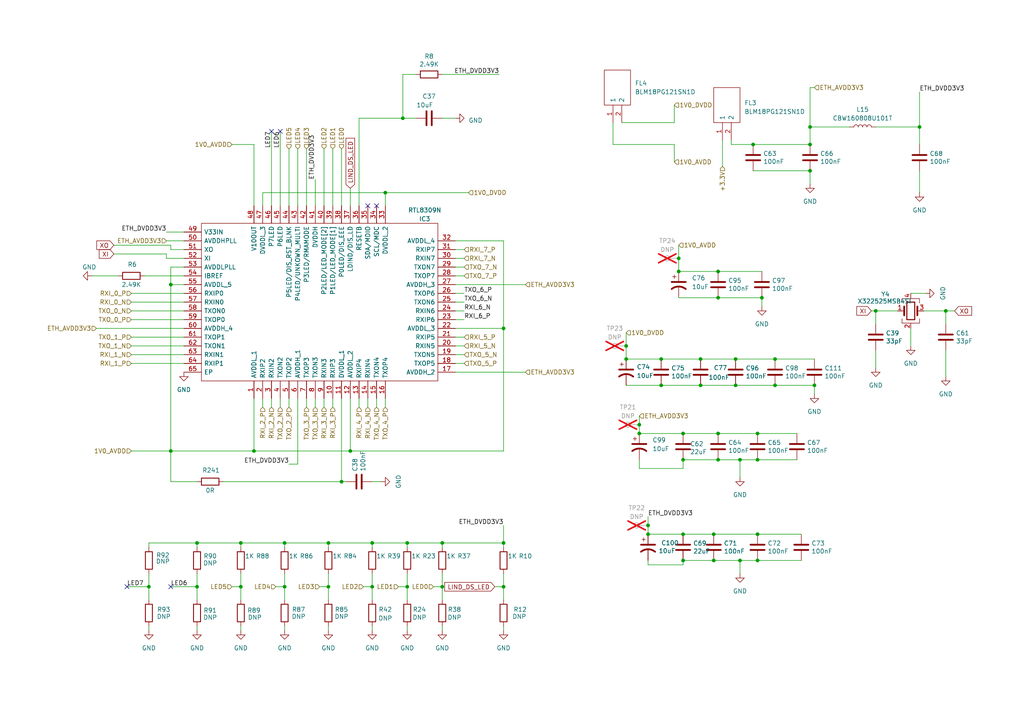
<source format=kicad_sch>
(kicad_sch (version 20231120) (generator "eeschema") (generator_version "8.0")
  (paper "A4")
  (lib_symbols
    (symbol "BLM18PG121SN1D:BLM18PG121SN1D" (pin_names (offset 0.762))
      (property "Reference" "FL" (at 16.51 7.62 0))
      (property "Value" "BLM18PG121SN1D" (at 16.51 5.08 0))
      (symbol "BLM18PG121SN1D_0_0"
        (pin passive line (at 0 0 0) (length 5.08) (name "1") (number "1"))
        (pin passive line (at 0 -2.54 0) (length 5.08) (name "2") (number "2"))
      )
      (symbol "BLM18PG121SN1D_0_1"
        (polyline (pts (xy 5.08 2.54) (xy 15.24 2.54) (xy 15.24 -5.08) (xy 5.08 -5.08) (xy 5.08 2.54)) (stroke (width 0.1524)))
      )
    )
    (symbol "Connector:TestPoint" (pin_numbers hide) (pin_names (offset 0.762) hide)
      (property "Reference" "TP" (at 0 6.858 0))
      (property "Value" "TestPoint" (at 0 5.08 0))
      (symbol "TestPoint_0_1"
        (circle (center 0 3.302) (radius 0.762))
      )
      (symbol "TestPoint_1_1"
        (pin passive line (at 0 0 90) (length 2.54) (name "1") (number "1"))
      )
    )
    (symbol "Device:C" (pin_numbers hide) (pin_names (offset 0.254))
      (property "Reference" "C" (at 0.635 2.54 0))
      (property "Value" "C" (at 0.635 -2.54 0))
      (symbol "C_0_1"
        (polyline (pts (xy -2.032 -0.762) (xy 2.032 -0.762)) (stroke (width 0.508)))
        (polyline (pts (xy -2.032 0.762) (xy 2.032 0.762)) (stroke (width 0.508)))
      )
      (symbol "C_1_1"
        (pin passive line (at 0 3.81 270) (length 2.794) (name "~") (number "1"))
        (pin passive line (at 0 -3.81 90) (length 2.794) (name "~") (number "2"))
      )
    )
    (symbol "Device:C_Polarized_US" (pin_numbers hide) (pin_names (offset 0.254) hide)
      (property "Reference" "C" (at 0.635 2.54 0))
      (property "Value" "C_Polarized_US" (at 0.635 -2.54 0))
      (symbol "C_Polarized_US_0_1"
        (polyline (pts (xy -2.032 0.762) (xy 2.032 0.762)) (stroke (width 0.508)))
        (polyline (pts (xy -1.778 2.286) (xy -0.762 2.286)))
        (polyline (pts (xy -1.27 1.778) (xy -1.27 2.794)))
        (arc (start 2.032 -1.27) (mid 0 -0.5572) (end -2.032 -1.27) (stroke (width 0.508)))
      )
      (symbol "C_Polarized_US_1_1"
        (pin passive line (at 0 3.81 270) (length 2.794) (name "~") (number "1"))
        (pin passive line (at 0 -3.81 90) (length 3.302) (name "~") (number "2"))
      )
    )
    (symbol "Device:Crystal_GND2" (pin_names (offset 1.016) hide)
      (property "Reference" "Y" (at -6.604 4.318 0))
      (property "Value" "Crystal_GND2" (at -10.414 -2.794 0))
      (symbol "Crystal_GND2_0_1"
        (rectangle (start -1.143 2.54) (end 1.143 -2.54) (stroke (width 0.3048)))
        (polyline (pts (xy -2.54 0) (xy -1.905 0)))
        (polyline (pts (xy -1.905 -1.27) (xy -1.905 1.27)) (stroke (width 0.508)))
        (polyline (pts (xy 0 -3.81) (xy 0 -3.556)))
        (polyline (pts (xy 0 3.81) (xy 0 3.556)))
        (polyline (pts (xy 1.905 0) (xy 2.54 0)))
        (polyline (pts (xy 1.905 1.27) (xy 1.905 -1.27)) (stroke (width 0.508)))
        (polyline (pts (xy -2.54 -2.286) (xy -2.54 -3.556) (xy 2.54 -3.556) (xy 2.54 -2.286)))
        (polyline (pts (xy 2.54 2.286) (xy 2.54 3.556) (xy -2.54 3.556) (xy -2.54 2.286)))
      )
      (symbol "Crystal_GND2_1_1"
        (pin passive line (at -3.81 0 0) (length 1.27) (name "1") (number "1"))
        (pin passive line (at 0 -5.08 90) (length 1.27) (name "2") (number "2"))
        (pin passive line (at 3.81 0 180) (length 1.27) (name "3") (number "3"))
        (pin passive line (at 0 5.08 270) (length 1.27) (name "4") (number "4"))
      )
    )
    (symbol "Device:L" (pin_numbers hide) (pin_names (offset 1.016) hide)
      (property "Reference" "L" (at -1.27 0 90))
      (property "Value" "L" (at 1.905 0 90))
      (symbol "L_0_1"
        (arc (start 0 -2.54) (mid 0.6323 -1.905) (end 0 -1.27))
        (arc (start 0 -1.27) (mid 0.6323 -0.635) (end 0 0))
        (arc (start 0 0) (mid 0.6323 0.635) (end 0 1.27))
        (arc (start 0 1.27) (mid 0.6323 1.905) (end 0 2.54))
      )
      (symbol "L_1_1"
        (pin passive line (at 0 3.81 270) (length 1.27) (name "1") (number "1"))
        (pin passive line (at 0 -3.81 90) (length 1.27) (name "2") (number "2"))
      )
    )
    (symbol "Device:R" (pin_numbers hide) (pin_names (offset 0))
      (property "Reference" "R" (at 2.032 0 90))
      (property "Value" "R" (at 0 0 90))
      (symbol "R_0_1"
        (rectangle (start -1.016 -2.54) (end 1.016 2.54) (stroke (width 0.254)))
      )
      (symbol "R_1_1"
        (pin passive line (at 0 3.81 270) (length 1.27) (name "~") (number "1"))
        (pin passive line (at 0 -3.81 90) (length 1.27) (name "~") (number "2"))
      )
    )
    (symbol "RTL8309N:RTL8309N" (pin_names (offset 0.762))
      (property "Reference" "IC" (at 52.07 20.32 0))
      (property "Value" "RTL8309N" (at 52.07 17.78 0))
      (symbol "RTL8309N_0_0"
        (pin passive line (at 0 0 0) (length 5.08) (name "AVDDL_1") (number "1"))
        (pin passive line (at 0 -22.86 0) (length 5.08) (name "RXIP3") (number "10"))
        (pin passive line (at 0 -25.4 0) (length 5.08) (name "DVDDL_1") (number "11"))
        (pin passive line (at 0 -27.94 0) (length 5.08) (name "AVDDL_2") (number "12"))
        (pin passive line (at 0 -30.48 0) (length 5.08) (name "RXIP4") (number "13"))
        (pin passive line (at 0 -33.02 0) (length 5.08) (name "RXIN4") (number "14"))
        (pin passive line (at 0 -35.56 0) (length 5.08) (name "TXON4") (number "15"))
        (pin passive line (at 0 -38.1 0) (length 5.08) (name "TXOP4") (number "16"))
        (pin passive line (at 7.62 -58.42 90) (length 5.08) (name "AVDDH_2") (number "17"))
        (pin passive line (at 10.16 -58.42 90) (length 5.08) (name "TXOP5") (number "18"))
        (pin passive line (at 12.7 -58.42 90) (length 5.08) (name "TXON5") (number "19"))
        (pin passive line (at 0 -2.54 0) (length 5.08) (name "RXIP2") (number "2"))
        (pin passive line (at 15.24 -58.42 90) (length 5.08) (name "RXIN5") (number "20"))
        (pin passive line (at 17.78 -58.42 90) (length 5.08) (name "RXIP5") (number "21"))
        (pin passive line (at 20.32 -58.42 90) (length 5.08) (name "AVDDL_3") (number "22"))
        (pin passive line (at 22.86 -58.42 90) (length 5.08) (name "RXIP6") (number "23"))
        (pin passive line (at 25.4 -58.42 90) (length 5.08) (name "RXIN6") (number "24"))
        (pin passive line (at 27.94 -58.42 90) (length 5.08) (name "TXON6") (number "25"))
        (pin passive line (at 30.48 -58.42 90) (length 5.08) (name "TXOP6") (number "26"))
        (pin passive line (at 33.02 -58.42 90) (length 5.08) (name "AVDDH_3") (number "27"))
        (pin passive line (at 35.56 -58.42 90) (length 5.08) (name "TXOP7") (number "28"))
        (pin passive line (at 38.1 -58.42 90) (length 5.08) (name "TXON7") (number "29"))
        (pin passive line (at 0 -5.08 0) (length 5.08) (name "RXIN2") (number "3"))
        (pin passive line (at 40.64 -58.42 90) (length 5.08) (name "RXIN7") (number "30"))
        (pin passive line (at 43.18 -58.42 90) (length 5.08) (name "RXIP7") (number "31"))
        (pin passive line (at 45.72 -58.42 90) (length 5.08) (name "AVDDL_4") (number "32"))
        (pin passive line (at 55.88 -38.1 180) (length 5.08) (name "DVDDL_2") (number "33"))
        (pin passive line (at 55.88 -35.56 180) (length 5.08) (name "SCL/MDC") (number "34"))
        (pin passive line (at 55.88 -33.02 180) (length 5.08) (name "SDA/MDIO") (number "35"))
        (pin passive line (at 55.88 -30.48 180) (length 5.08) (name "RESETB") (number "36"))
        (pin passive line (at 55.88 -27.94 180) (length 5.08) (name "LDIND/DIS_LD") (number "37"))
        (pin passive line (at 55.88 -25.4 180) (length 5.08) (name "P0LED/DIS_EEE") (number "38"))
        (pin passive line (at 55.88 -22.86 180) (length 5.08) (name "P1LED/LED_MODE[1]") (number "39"))
        (pin passive line (at 0 -7.62 0) (length 5.08) (name "TXON2") (number "4"))
        (pin passive line (at 55.88 -20.32 180) (length 5.08) (name "P2LED/LED_MODE[2]") (number "40"))
        (pin passive line (at 55.88 -17.78 180) (length 5.08) (name "DVDDH") (number "41"))
        (pin passive line (at 55.88 -15.24 180) (length 5.08) (name "P3LED/RMAMODE") (number "42"))
        (pin passive line (at 55.88 -12.7 180) (length 5.08) (name "P4LED/UNKOWN_MULTI") (number "43"))
        (pin passive line (at 55.88 -10.16 180) (length 5.08) (name "P5LED/DIS_RST_BLNK") (number "44"))
        (pin passive line (at 55.88 -7.62 180) (length 5.08) (name "P6LED") (number "45"))
        (pin passive line (at 55.88 -5.08 180) (length 5.08) (name "P7LED") (number "46"))
        (pin passive line (at 55.88 -2.54 180) (length 5.08) (name "DVDDL_3") (number "47"))
        (pin passive line (at 55.88 0 180) (length 5.08) (name "V10OUT") (number "48"))
        (pin passive line (at 48.26 20.32 270) (length 5.08) (name "V33IN") (number "49"))
        (pin passive line (at 0 -10.16 0) (length 5.08) (name "TXOP2") (number "5"))
        (pin passive line (at 45.72 20.32 270) (length 5.08) (name "AVDDHPLL") (number "50"))
        (pin passive line (at 43.18 20.32 270) (length 5.08) (name "XO") (number "51"))
        (pin passive line (at 40.64 20.32 270) (length 5.08) (name "XI") (number "52"))
        (pin passive line (at 38.1 20.32 270) (length 5.08) (name "AVDDLPLL") (number "53"))
        (pin passive line (at 35.56 20.32 270) (length 5.08) (name "IBREF") (number "54"))
        (pin passive line (at 33.02 20.32 270) (length 5.08) (name "AVDDL_5") (number "55"))
        (pin passive line (at 30.48 20.32 270) (length 5.08) (name "RXIP0") (number "56"))
        (pin passive line (at 27.94 20.32 270) (length 5.08) (name "RXIN0") (number "57"))
        (pin passive line (at 25.4 20.32 270) (length 5.08) (name "TXON0") (number "58"))
        (pin passive line (at 22.86 20.32 270) (length 5.08) (name "TXOP0") (number "59"))
        (pin passive line (at 0 -12.7 0) (length 5.08) (name "AVDDH_1") (number "6"))
        (pin passive line (at 20.32 20.32 270) (length 5.08) (name "AVDDH_4") (number "60"))
        (pin passive line (at 17.78 20.32 270) (length 5.08) (name "TXOP1") (number "61"))
        (pin passive line (at 15.24 20.32 270) (length 5.08) (name "TXON1") (number "62"))
        (pin passive line (at 12.7 20.32 270) (length 5.08) (name "RXIN1") (number "63"))
        (pin passive line (at 10.16 20.32 270) (length 5.08) (name "RXIP1") (number "64"))
        (pin passive line (at 7.62 20.32 270) (length 5.08) (name "EP") (number "65"))
        (pin passive line (at 0 -15.24 0) (length 5.08) (name "TXOP3") (number "7"))
        (pin passive line (at 0 -17.78 0) (length 5.08) (name "TXON3") (number "8"))
        (pin passive line (at 0 -20.32 0) (length 5.08) (name "RXIN3") (number "9"))
      )
      (symbol "RTL8309N_0_1"
        (polyline (pts (xy 5.08 15.24) (xy 50.8 15.24) (xy 50.8 -53.34) (xy 5.08 -53.34) (xy 5.08 15.24)) (stroke (width 0.1524)))
      )
    )
    (symbol "power:GND" (power) (pin_names (offset 0))
      (property "Value" "GND" (at 0 -3.81 0))
      (symbol "GND_0_1"
        (polyline (pts (xy 0 0) (xy 0 -1.27) (xy 1.27 -1.27) (xy 0 -2.54) (xy -1.27 -1.27) (xy 0 -1.27)))
      )
      (symbol "GND_1_1"
        (pin power_in line (at 0 0 270) (length 0) hide (name "GND") (number "1"))
      )
    )
  )
  (junction (at 234.95 49.53))
  (junction (at 218.44 41.91))
  (junction (at 118.11 157.48))
  (junction (at 49.53 82.55))
  (junction (at 128.27 157.48))
  (junction (at 220.98 86.36))
  (junction (at 198.12 125.73))
  (junction (at 191.77 111.76))
  (junction (at 118.11 170.18))
  (junction (at 234.95 36.83))
  (junction (at 198.12 133.35))
  (junction (at 219.71 154.94))
  (junction (at 187.96 154.94))
  (junction (at 95.25 170.18))
  (junction (at 208.28 78.74))
  (junction (at 214.63 133.35))
  (junction (at 219.71 125.73))
  (junction (at 196.85 74.93))
  (junction (at 99.06 139.7))
  (junction (at 198.12 154.94))
  (junction (at 116.84 34.29))
  (junction (at 208.28 133.35))
  (junction (at 234.95 41.91))
  (junction (at 57.15 170.18))
  (junction (at 266.7 36.83))
  (junction (at 208.28 86.36))
  (junction (at 57.15 157.48))
  (junction (at 146.05 157.48))
  (junction (at 236.22 111.76))
  (junction (at 203.2 104.14))
  (junction (at 69.85 170.18))
  (junction (at 213.36 111.76))
  (junction (at 146.05 170.18))
  (junction (at 82.55 157.48))
  (junction (at 219.71 133.35))
  (junction (at 254 90.17))
  (junction (at 73.66 130.81))
  (junction (at 43.18 170.18))
  (junction (at 181.61 104.14))
  (junction (at 146.05 95.25))
  (junction (at 213.36 104.14))
  (junction (at 207.01 162.56))
  (junction (at 82.55 170.18))
  (junction (at 224.79 104.14))
  (junction (at 196.85 78.74))
  (junction (at 207.01 154.94))
  (junction (at 198.12 162.56))
  (junction (at 107.95 170.18))
  (junction (at 274.32 90.17))
  (junction (at 191.77 104.14))
  (junction (at 203.2 111.76))
  (junction (at 208.28 125.73))
  (junction (at 107.95 157.48))
  (junction (at 181.61 100.33))
  (junction (at 219.71 162.56))
  (junction (at 187.96 152.4))
  (junction (at 214.63 162.56))
  (junction (at 95.25 157.48))
  (junction (at 101.6 130.81))
  (junction (at 69.85 157.48))
  (junction (at 111.76 55.88))
  (junction (at 224.79 111.76))
  (junction (at 128.27 170.18))
  (junction (at 185.42 123.19))
  (junction (at 49.53 130.81))
  (junction (at 185.42 125.73))
  (no_connect (at 109.22 59.69))
  (no_connect (at 36.83 170.18))
  (no_connect (at 81.28 38.1))
  (no_connect (at 106.68 59.69))
  (no_connect (at 78.74 38.1))
  (no_connect (at 49.53 170.18))
  (wire (pts (xy 266.7 26.67) (xy 266.7 36.83)))
  (wire (pts (xy 128.27 21.59) (xy 144.78 21.59)))
  (wire (pts (xy 203.2 111.76) (xy 213.36 111.76)))
  (wire (pts (xy 146.05 130.81) (xy 146.05 95.25)))
  (wire (pts (xy 82.55 157.48) (xy 95.25 157.48)))
  (wire (pts (xy 38.1 87.63) (xy 53.34 87.63)))
  (wire (pts (xy 146.05 157.48) (xy 146.05 158.75)))
  (wire (pts (xy 181.61 104.14) (xy 191.77 104.14)))
  (wire (pts (xy 207.01 154.94) (xy 219.71 154.94)))
  (wire (pts (xy 134.62 90.17) (xy 132.08 90.17)))
  (wire (pts (xy 83.82 118.11) (xy 83.82 115.57)))
  (wire (pts (xy 214.63 162.56) (xy 219.71 162.56)))
  (wire (pts (xy 196.85 74.93) (xy 196.85 78.74)))
  (wire (pts (xy 106.68 118.11) (xy 106.68 115.57)))
  (wire (pts (xy 48.26 69.85) (xy 53.34 69.85)))
  (wire (pts (xy 111.76 55.88) (xy 111.76 59.69)))
  (wire (pts (xy 218.44 41.91) (xy 234.95 41.91)))
  (wire (pts (xy 120.65 21.59) (xy 116.84 21.59)))
  (wire (pts (xy 115.57 170.18) (xy 118.11 170.18)))
  (wire (pts (xy 57.15 157.48) (xy 69.85 157.48)))
  (wire (pts (xy 132.08 69.85) (xy 146.05 69.85)))
  (wire (pts (xy 132.08 82.55) (xy 152.4 82.55)))
  (wire (pts (xy 95.25 166.37) (xy 95.25 170.18)))
  (wire (pts (xy 181.61 111.76) (xy 191.77 111.76)))
  (wire (pts (xy 267.97 90.17) (xy 274.32 90.17)))
  (wire (pts (xy 76.2 59.69) (xy 76.2 55.88)))
  (wire (pts (xy 208.28 78.74) (xy 220.98 78.74)))
  (wire (pts (xy 57.15 170.18) (xy 57.15 173.99)))
  (wire (pts (xy 99.06 139.7) (xy 100.33 139.7)))
  (wire (pts (xy 107.95 166.37) (xy 107.95 170.18)))
  (wire (pts (xy 187.96 163.83) (xy 198.12 163.83)))
  (wire (pts (xy 101.6 130.81) (xy 146.05 130.81)))
  (wire (pts (xy 212.09 41.91) (xy 218.44 41.91)))
  (wire (pts (xy 78.74 118.11) (xy 78.74 115.57)))
  (wire (pts (xy 99.06 115.57) (xy 99.06 139.7)))
  (wire (pts (xy 214.63 162.56) (xy 214.63 166.37)))
  (wire (pts (xy 191.77 104.14) (xy 203.2 104.14)))
  (wire (pts (xy 57.15 139.7) (xy 49.53 139.7)))
  (wire (pts (xy 146.05 152.4) (xy 146.05 157.48)))
  (wire (pts (xy 146.05 170.18) (xy 146.05 173.99)))
  (wire (pts (xy 49.53 82.55) (xy 49.53 130.81)))
  (wire (pts (xy 101.6 115.57) (xy 101.6 130.81)))
  (wire (pts (xy 88.9 118.11) (xy 88.9 115.57)))
  (wire (pts (xy 214.63 133.35) (xy 219.71 133.35)))
  (wire (pts (xy 105.41 170.18) (xy 107.95 170.18)))
  (wire (pts (xy 107.95 181.61) (xy 107.95 182.88)))
  (wire (pts (xy 99.06 139.7) (xy 64.77 139.7)))
  (wire (pts (xy 36.83 170.18) (xy 43.18 170.18)))
  (wire (pts (xy 195.58 35.56) (xy 195.58 30.48)))
  (wire (pts (xy 86.36 43.18) (xy 86.36 59.69)))
  (wire (pts (xy 38.1 130.81) (xy 49.53 130.81)))
  (wire (pts (xy 99.06 43.18) (xy 99.06 59.69)))
  (wire (pts (xy 49.53 72.39) (xy 53.34 72.39)))
  (wire (pts (xy 82.55 170.18) (xy 82.55 173.99)))
  (wire (pts (xy 96.52 118.11) (xy 96.52 115.57)))
  (wire (pts (xy 43.18 157.48) (xy 43.18 158.75)))
  (wire (pts (xy 260.35 90.17) (xy 254 90.17)))
  (wire (pts (xy 88.9 43.18) (xy 88.9 59.69)))
  (wire (pts (xy 254 36.83) (xy 266.7 36.83)))
  (wire (pts (xy 101.6 54.61) (xy 101.6 59.69)))
  (wire (pts (xy 212.09 40.64) (xy 212.09 41.91)))
  (wire (pts (xy 196.85 71.12) (xy 196.85 74.93)))
  (wire (pts (xy 209.55 40.64) (xy 209.55 48.26)))
  (wire (pts (xy 268.4096 85.09) (xy 264.16 85.09)))
  (wire (pts (xy 107.95 157.48) (xy 107.95 158.75)))
  (wire (pts (xy 252.73 90.17) (xy 254 90.17)))
  (wire (pts (xy 180.34 35.56) (xy 195.58 35.56)))
  (wire (pts (xy 191.77 111.76) (xy 203.2 111.76)))
  (wire (pts (xy 181.61 100.33) (xy 181.61 104.14)))
  (wire (pts (xy 128.27 157.48) (xy 146.05 157.48)))
  (wire (pts (xy 274.32 90.17) (xy 274.32 93.98)))
  (wire (pts (xy 198.12 135.89) (xy 198.12 133.35)))
  (wire (pts (xy 49.53 77.47) (xy 49.53 82.55)))
  (wire (pts (xy 128.27 181.61) (xy 128.27 182.88)))
  (wire (pts (xy 185.42 125.73) (xy 198.12 125.73)))
  (wire (pts (xy 26.67 80.01) (xy 34.29 80.01)))
  (wire (pts (xy 43.18 181.61) (xy 43.18 182.88)))
  (wire (pts (xy 95.25 157.48) (xy 107.95 157.48)))
  (wire (pts (xy 219.71 133.35) (xy 231.14 133.35)))
  (wire (pts (xy 234.95 25.4) (xy 234.95 36.83)))
  (wire (pts (xy 49.53 130.81) (xy 73.66 130.81)))
  (wire (pts (xy 203.2 104.14) (xy 213.36 104.14)))
  (wire (pts (xy 128.27 170.18) (xy 128.27 173.99)))
  (wire (pts (xy 134.62 74.93) (xy 132.08 74.93)))
  (wire (pts (xy 134.62 85.09) (xy 132.08 85.09)))
  (wire (pts (xy 48.26 67.31) (xy 53.34 67.31)))
  (wire (pts (xy 208.28 86.36) (xy 220.98 86.36)))
  (wire (pts (xy 208.28 133.35) (xy 214.63 133.35)))
  (wire (pts (xy 69.85 181.61) (xy 69.85 182.88)))
  (wire (pts (xy 38.1 85.09) (xy 53.34 85.09)))
  (wire (pts (xy 118.11 166.37) (xy 118.11 170.18)))
  (wire (pts (xy 220.98 86.36) (xy 220.98 88.9)))
  (wire (pts (xy 109.22 118.11) (xy 109.22 115.57)))
  (wire (pts (xy 274.32 90.17) (xy 276.86 90.17)))
  (wire (pts (xy 187.96 154.94) (xy 198.12 154.94)))
  (wire (pts (xy 49.53 130.81) (xy 49.53 139.7)))
  (wire (pts (xy 86.36 134.62) (xy 86.36 115.57)))
  (wire (pts (xy 134.62 72.39) (xy 132.08 72.39)))
  (wire (pts (xy 38.1 105.41) (xy 53.34 105.41)))
  (wire (pts (xy 207.01 162.56) (xy 214.63 162.56)))
  (wire (pts (xy 132.08 107.95) (xy 152.4 107.95)))
  (wire (pts (xy 49.53 82.55) (xy 53.34 82.55)))
  (wire (pts (xy 146.05 166.37) (xy 146.05 170.18)))
  (wire (pts (xy 41.91 80.01) (xy 53.34 80.01)))
  (wire (pts (xy 254 90.17) (xy 254 93.98)))
  (wire (pts (xy 38.1 90.17) (xy 53.34 90.17)))
  (wire (pts (xy 43.18 166.37) (xy 43.18 170.18)))
  (wire (pts (xy 128.27 166.37) (xy 128.27 170.18)))
  (wire (pts (xy 69.85 166.37) (xy 69.85 170.18)))
  (wire (pts (xy 185.42 123.19) (xy 185.42 125.73)))
  (wire (pts (xy 198.12 163.83) (xy 198.12 162.56)))
  (wire (pts (xy 33.02 73.66) (xy 48.26 73.66)))
  (wire (pts (xy 67.31 41.91) (xy 73.66 41.91)))
  (wire (pts (xy 254 106.68) (xy 254 101.6)))
  (wire (pts (xy 76.2 118.11) (xy 76.2 115.57)))
  (wire (pts (xy 134.62 77.47) (xy 132.08 77.47)))
  (wire (pts (xy 195.58 41.91) (xy 195.58 46.99)))
  (wire (pts (xy 43.18 157.48) (xy 57.15 157.48)))
  (wire (pts (xy 38.1 100.33) (xy 53.34 100.33)))
  (wire (pts (xy 27.94 95.25) (xy 53.34 95.25)))
  (wire (pts (xy 198.12 162.56) (xy 207.01 162.56)))
  (wire (pts (xy 91.44 52.07) (xy 91.44 59.69)))
  (wire (pts (xy 234.95 36.83) (xy 234.95 41.91)))
  (wire (pts (xy 214.63 138.43) (xy 214.63 133.35)))
  (wire (pts (xy 134.62 92.71) (xy 132.08 92.71)))
  (wire (pts (xy 38.1 92.71) (xy 53.34 92.71)))
  (wire (pts (xy 196.85 78.74) (xy 208.28 78.74)))
  (wire (pts (xy 57.15 181.61) (xy 57.15 182.88)))
  (wire (pts (xy 132.08 34.29) (xy 128.27 34.29)))
  (wire (pts (xy 146.05 181.61) (xy 146.05 182.88)))
  (wire (pts (xy 82.55 181.61) (xy 82.55 182.88)))
  (wire (pts (xy 118.11 170.18) (xy 118.11 173.99)))
  (wire (pts (xy 81.28 118.11) (xy 81.28 115.57)))
  (wire (pts (xy 93.98 43.18) (xy 93.98 59.69)))
  (wire (pts (xy 83.82 134.62) (xy 86.36 134.62)))
  (wire (pts (xy 224.79 104.14) (xy 213.36 104.14)))
  (wire (pts (xy 234.95 53.34) (xy 234.95 49.53)))
  (wire (pts (xy 80.01 170.18) (xy 82.55 170.18)))
  (wire (pts (xy 198.12 125.73) (xy 208.28 125.73)))
  (wire (pts (xy 73.66 130.81) (xy 101.6 130.81)))
  (wire (pts (xy 143.51 170.18) (xy 146.05 170.18)))
  (wire (pts (xy 246.38 36.83) (xy 234.95 36.83)))
  (wire (pts (xy 135.89 55.88) (xy 111.76 55.88)))
  (wire (pts (xy 78.74 38.1) (xy 78.74 59.69)))
  (wire (pts (xy 96.52 43.18) (xy 96.52 59.69)))
  (wire (pts (xy 92.71 170.18) (xy 95.25 170.18)))
  (wire (pts (xy 104.14 118.11) (xy 104.14 115.57)))
  (wire (pts (xy 116.84 21.59) (xy 116.84 34.29)))
  (wire (pts (xy 134.62 87.63) (xy 132.08 87.63)))
  (wire (pts (xy 118.11 157.48) (xy 118.11 158.75)))
  (wire (pts (xy 48.26 74.93) (xy 53.34 74.93)))
  (wire (pts (xy 134.62 97.79) (xy 132.08 97.79)))
  (wire (pts (xy 177.8 35.56) (xy 177.8 41.91)))
  (wire (pts (xy 81.28 38.1) (xy 81.28 59.69)))
  (wire (pts (xy 82.55 166.37) (xy 82.55 170.18)))
  (wire (pts (xy 69.85 157.48) (xy 82.55 157.48)))
  (wire (pts (xy 57.15 157.48) (xy 57.15 158.75)))
  (wire (pts (xy 134.62 102.87) (xy 132.08 102.87)))
  (wire (pts (xy 196.85 86.36) (xy 208.28 86.36)))
  (wire (pts (xy 111.76 118.11) (xy 111.76 115.57)))
  (wire (pts (xy 107.95 157.48) (xy 118.11 157.48)))
  (wire (pts (xy 95.25 157.48) (xy 95.25 158.75)))
  (wire (pts (xy 134.62 100.33) (xy 132.08 100.33)))
  (wire (pts (xy 132.08 95.25) (xy 146.05 95.25)))
  (wire (pts (xy 49.53 170.18) (xy 57.15 170.18)))
  (wire (pts (xy 57.15 166.37) (xy 57.15 170.18)))
  (wire (pts (xy 73.66 41.91) (xy 73.66 59.69)))
  (wire (pts (xy 219.71 154.94) (xy 232.41 154.94)))
  (wire (pts (xy 93.98 118.11) (xy 93.98 115.57)))
  (wire (pts (xy 76.2 55.88) (xy 111.76 55.88)))
  (wire (pts (xy 107.95 170.18) (xy 107.95 173.99)))
  (wire (pts (xy 218.44 49.53) (xy 234.95 49.53)))
  (wire (pts (xy 33.02 71.12) (xy 49.53 71.12)))
  (wire (pts (xy 67.31 170.18) (xy 69.85 170.18)))
  (wire (pts (xy 198.12 133.35) (xy 208.28 133.35)))
  (wire (pts (xy 224.79 111.76) (xy 236.22 111.76)))
  (wire (pts (xy 118.11 157.48) (xy 128.27 157.48)))
  (wire (pts (xy 128.27 157.48) (xy 128.27 158.75)))
  (wire (pts (xy 95.25 170.18) (xy 95.25 173.99)))
  (wire (pts (xy 266.7 36.83) (xy 266.7 41.91)))
  (wire (pts (xy 134.62 105.41) (xy 132.08 105.41)))
  (wire (pts (xy 187.96 162.56) (xy 187.96 163.83)))
  (wire (pts (xy 224.79 104.14) (xy 236.22 104.14)))
  (wire (pts (xy 48.26 73.66) (xy 48.26 74.93)))
  (wire (pts (xy 185.42 133.35) (xy 185.42 135.89)))
  (wire (pts (xy 38.1 97.79) (xy 53.34 97.79)))
  (wire (pts (xy 236.22 111.76) (xy 236.22 114.3)))
  (wire (pts (xy 104.14 34.29) (xy 104.14 59.69)))
  (wire (pts (xy 219.71 162.56) (xy 232.41 162.56)))
  (wire (pts (xy 236.22 25.4) (xy 234.95 25.4)))
  (wire (pts (xy 95.25 181.61) (xy 95.25 182.88)))
  (wire (pts (xy 134.62 80.01) (xy 132.08 80.01)))
  (wire (pts (xy 185.42 120.65) (xy 185.42 123.19)))
  (wire (pts (xy 73.66 115.57) (xy 73.66 130.81)))
  (wire (pts (xy 198.12 154.94) (xy 207.01 154.94)))
  (wire (pts (xy 187.96 152.4) (xy 187.96 154.94)))
  (wire (pts (xy 219.71 125.73) (xy 231.14 125.73)))
  (wire (pts (xy 264.16 100.33) (xy 264.16 95.25)))
  (wire (pts (xy 49.53 71.12) (xy 49.53 72.39)))
  (wire (pts (xy 118.11 181.61) (xy 118.11 182.88)))
  (wire (pts (xy 83.82 43.18) (xy 83.82 59.69)))
  (wire (pts (xy 82.55 157.48) (xy 82.55 158.75)))
  (wire (pts (xy 266.7 55.88) (xy 266.7 49.53)))
  (wire (pts (xy 187.96 149.86) (xy 187.96 152.4)))
  (wire (pts (xy 208.28 125.73) (xy 219.71 125.73)))
  (wire (pts (xy 185.42 135.89) (xy 198.12 135.89)))
  (wire (pts (xy 274.32 109.22) (xy 274.32 101.6)))
  (wire (pts (xy 181.61 96.52) (xy 181.61 100.33)))
  (wire (pts (xy 120.65 34.29) (xy 116.84 34.29)))
  (wire (pts (xy 177.8 41.91) (xy 195.58 41.91)))
  (wire (pts (xy 43.18 170.18) (xy 43.18 173.99)))
  (wire (pts (xy 110.49 139.7) (xy 107.95 139.7)))
  (wire (pts (xy 69.85 170.18) (xy 69.85 173.99)))
  (wire (pts (xy 38.1 102.87) (xy 53.34 102.87)))
  (wire (pts (xy 69.85 157.48) (xy 69.85 158.75)))
  (wire (pts (xy 146.05 69.85) (xy 146.05 95.25)))
  (wire (pts (xy 53.34 77.47) (xy 49.53 77.47)))
  (wire (pts (xy 116.84 34.29) (xy 104.14 34.29)))
  (wire (pts (xy 213.36 111.76) (xy 224.79 111.76)))
  (wire (pts (xy 125.73 170.18) (xy 128.27 170.18)))
  (wire (pts (xy 91.44 118.11) (xy 91.44 115.57)))
  (label "ETH_DVDD3V3" (at 144.78 21.59 180))
  (label "RXI_6_P" (at 134.62 92.71 0))
  (label "RXI_6_N" (at 134.62 90.17 0))
  (label "LED6" (at 81.28 38.1 270))
  (label "TXO_6_N" (at 134.62 87.63 0))
  (label "LED7" (at 36.83 170.18 0))
  (label "ETH_DVDD3V3" (at 83.82 134.62 180))
  (label "ETH_DVDD3V3" (at 146.05 152.4 180))
  (label "ETH_DVDD3V3" (at 187.96 149.86 0))
  (label "ETH_DVDD3V3" (at 266.7 26.67 0))
  (label "TXO_6_P" (at 134.62 85.09 0))
  (label "LED7" (at 78.74 38.1 270))
  (label "ETH_DVDD3V3" (at 48.26 67.31 180))
  (label "ETH_DVDD3V3" (at 91.44 52.07 90))
  (label "LED6" (at 49.53 170.18 0))
  (global_label "XO" (shape input) (at 33.02 71.12 180) (property "Intersheetrefs" "${INTERSHEET_REFS}" (effects (hide yes))))
  (global_label "XO" (shape input) (at 276.86 90.17 0) (property "Intersheetrefs" "${INTERSHEET_REFS}" (effects (hide yes))))
  (global_label "LIND_DS_LED" (shape input) (at 101.6 54.61 90) (property "Intersheetrefs" "${INTERSHEET_REFS}" (effects (hide yes))))
  (global_label "LIND_DS_LED" (shape input) (at 143.51 170.18 180) (property "Intersheetrefs" "${INTERSHEET_REFS}" (effects (hide yes))))
  (global_label "XI" (shape input) (at 33.02 73.66 180) (property "Intersheetrefs" "${INTERSHEET_REFS}" (effects (hide yes))))
  (global_label "XI" (shape input) (at 252.73 90.17 180) (property "Intersheetrefs" "${INTERSHEET_REFS}" (effects (hide yes))))
  (hierarchical_label "RXI_2_P" (shape input) (at 76.2 118.11 270) (property "Intersheetrefs" "${INTERSHEET_REFS}" (effects (hide yes))))
  (hierarchical_label "LED5" (shape input) (at 83.82 43.18 90))
  (hierarchical_label "TXO_2_N" (shape input) (at 81.28 118.11 270) (property "Intersheetrefs" "${INTERSHEET_REFS}" (effects (hide yes))))
  (hierarchical_label "LED0" (shape input) (at 125.73 170.18 180))
  (hierarchical_label "1V0_AVDD" (shape input) (at 196.85 71.12 0))
  (hierarchical_label "RXI_2_N" (shape input) (at 78.74 118.11 270) (property "Intersheetrefs" "${INTERSHEET_REFS}" (effects (hide yes))))
  (hierarchical_label "LED0" (shape input) (at 99.06 43.18 90))
  (hierarchical_label "RXI_0_N" (shape input) (at 38.1 87.63 180) (property "Intersheetrefs" "${INTERSHEET_REFS}" (effects (hide yes))))
  (hierarchical_label "RXI_0_P" (shape input) (at 38.1 85.09 180) (property "Intersheetrefs" "${INTERSHEET_REFS}" (effects (hide yes))))
  (hierarchical_label "TXO_0_N" (shape input) (at 38.1 90.17 180) (property "Intersheetrefs" "${INTERSHEET_REFS}" (effects (hide yes))))
  (hierarchical_label "RXI_4_N" (shape input) (at 106.68 118.11 270) (property "Intersheetrefs" "${INTERSHEET_REFS}" (effects (hide yes))))
  (hierarchical_label "ETH_AVDD3V3" (shape input) (at 48.26 69.85 180))
  (hierarchical_label "1V0_AVDD" (shape input) (at 195.58 46.99 0))
  (hierarchical_label "1V0_AVDD" (shape input) (at 67.31 41.91 180))
  (hierarchical_label "LED5" (shape input) (at 67.31 170.18 180))
  (hierarchical_label "ETH_AVDD3V3" (shape input) (at 27.94 95.25 180))
  (hierarchical_label "1V0_AVDD" (shape input) (at 38.1 130.81 180))
  (hierarchical_label "RXI_4_P" (shape input) (at 104.14 118.11 270) (property "Intersheetrefs" "${INTERSHEET_REFS}" (effects (hide yes))))
  (hierarchical_label "RXI_3_P" (shape input) (at 96.52 118.11 270) (property "Intersheetrefs" "${INTERSHEET_REFS}" (effects (hide yes))))
  (hierarchical_label "TXO_3_N" (shape input) (at 91.44 118.11 270) (property "Intersheetrefs" "${INTERSHEET_REFS}" (effects (hide yes))))
  (hierarchical_label "LED2" (shape input) (at 93.98 43.18 90))
  (hierarchical_label "TXO_0_P" (shape input) (at 38.1 92.71 180) (property "Intersheetrefs" "${INTERSHEET_REFS}" (effects (hide yes))))
  (hierarchical_label "TXO_4_P" (shape input) (at 111.76 118.11 270) (property "Intersheetrefs" "${INTERSHEET_REFS}" (effects (hide yes))))
  (hierarchical_label "ETH_AVDD3V3" (shape input) (at 185.42 120.65 0))
  (hierarchical_label "TXO_3_P" (shape input) (at 88.9 118.11 270) (property "Intersheetrefs" "${INTERSHEET_REFS}" (effects (hide yes))))
  (hierarchical_label "LED1" (shape input) (at 96.52 43.18 90))
  (hierarchical_label "TXO_1_N" (shape input) (at 38.1 100.33 180) (property "Intersheetrefs" "${INTERSHEET_REFS}" (effects (hide yes))))
  (hierarchical_label "TXO_7_P" (shape input) (at 134.62 80.01 0) (property "Intersheetrefs" "${INTERSHEET_REFS}" (effects (hide yes))))
  (hierarchical_label "1V0_DVDD" (shape input) (at 181.61 96.52 0))
  (hierarchical_label "LED4" (shape input) (at 80.01 170.18 180))
  (hierarchical_label "LED3" (shape input) (at 88.9 43.18 90))
  (hierarchical_label "1V0_DVDD" (shape input) (at 135.89 55.88 0))
  (hierarchical_label "ETH_AVDD3V3" (shape input) (at 152.4 107.95 0))
  (hierarchical_label "RXI_5_P" (shape input) (at 134.62 97.79 0) (property "Intersheetrefs" "${INTERSHEET_REFS}" (effects (hide yes))))
  (hierarchical_label "+3.3V" (shape input) (at 209.55 48.26 270))
  (hierarchical_label "TXO_5_P" (shape input) (at 134.62 105.41 0) (property "Intersheetrefs" "${INTERSHEET_REFS}" (effects (hide yes))))
  (hierarchical_label "ETH_AVDD3V3" (shape input) (at 152.4 82.55 0))
  (hierarchical_label "RXI_1_P" (shape input) (at 38.1 105.41 180) (property "Intersheetrefs" "${INTERSHEET_REFS}" (effects (hide yes))))
  (hierarchical_label "1V0_DVDD" (shape input) (at 195.58 30.48 0))
  (hierarchical_label "TXO_2_P" (shape input) (at 83.82 118.11 270) (property "Intersheetrefs" "${INTERSHEET_REFS}" (effects (hide yes))))
  (hierarchical_label "RXI_7_N" (shape input) (at 134.62 74.93 0) (property "Intersheetrefs" "${INTERSHEET_REFS}" (effects (hide yes))))
  (hierarchical_label "RXI_5_N" (shape input) (at 134.62 100.33 0) (property "Intersheetrefs" "${INTERSHEET_REFS}" (effects (hide yes))))
  (hierarchical_label "RXI_7_P" (shape input) (at 134.62 72.39 0) (property "Intersheetrefs" "${INTERSHEET_REFS}" (effects (hide yes))))
  (hierarchical_label "RXI_3_N" (shape input) (at 93.98 118.11 270) (property "Intersheetrefs" "${INTERSHEET_REFS}" (effects (hide yes))))
  (hierarchical_label "ETH_AVDD3V3" (shape input) (at 236.22 25.4 0))
  (hierarchical_label "LED2" (shape input) (at 105.41 170.18 180))
  (hierarchical_label "TXO_1_P" (shape input) (at 38.1 97.79 180) (property "Intersheetrefs" "${INTERSHEET_REFS}" (effects (hide yes))))
  (hierarchical_label "LED4" (shape input) (at 86.36 43.18 90))
  (hierarchical_label "TXO_4_N" (shape input) (at 109.22 118.11 270) (property "Intersheetrefs" "${INTERSHEET_REFS}" (effects (hide yes))))
  (hierarchical_label "TXO_5_N" (shape input) (at 134.62 102.87 0) (property "Intersheetrefs" "${INTERSHEET_REFS}" (effects (hide yes))))
  (hierarchical_label "RXI_1_N" (shape input) (at 38.1 102.87 180) (property "Intersheetrefs" "${INTERSHEET_REFS}" (effects (hide yes))))
  (hierarchical_label "LED3" (shape input) (at 92.71 170.18 180))
  (hierarchical_label "LED1" (shape input) (at 115.57 170.18 180))
  (hierarchical_label "TXO_7_N" (shape input) (at 134.62 77.47 0) (property "Intersheetrefs" "${INTERSHEET_REFS}" (effects (hide yes))))
  (symbol (lib_id "Connector:TestPoint") (at 187.96 152.4 90) (unit 1) (dnp yes)
    (property "Reference" "TP22" (at 184.658 147.32 90))
    (property "Value" "DNP" (at 184.658 149.86 90))
    (property "Footprint" "Connector_Pin:Pin_D1.0mm_L10.0mm" (effects (hide yes)))
    (property "Description" "test point" (effects (hide yes)))
  )
  (symbol (lib_id "Device:C") (at 274.32 97.79 0) (unit 1)
    (property "Reference" "C61" (at 277.241 96.6216 0) (effects (justify left)))
    (property "Value" "33pF" (at 277.241 98.933 0) (effects (justify left)))
    (property "Footprint" "Capacitor_SMD:C_0603_1608Metric" (effects (hide yes)))
    (property "MPN" "CL10C330JB8NNNC" (effects (hide yes)))
  )
  (symbol (lib_id "Device:C") (at 208.28 129.54 0) (unit 1)
    (property "Reference" "C64" (at 211.201 128.3716 0) (effects (justify left)))
    (property "Value" "100nF" (at 211.201 130.683 0) (effects (justify left)))
    (property "Footprint" "Capacitor_SMD:C_0402_1005Metric" (effects (hide yes)))
    (property "MPN" "CC0402KRX7R7BB104" (effects (hide yes)))
  )
  (symbol (lib_id "Device:R") (at 69.85 162.56 180) (unit 1)
    (property "Reference" "R88" (at 76.2 161.29 0))
    (property "Value" "1K" (at 72.39 161.29 0))
    (property "Footprint" "Resistor_SMD:R_0603_1608Metric" (effects (hide yes)))
    (property "MPN" "0603WAF1001T5E" (effects (hide yes)))
  )
  (symbol (lib_id "power:GND") (at 220.98 88.9 0) (unit 1)
    (property "Reference" "#PWR051" (effects (hide yes)))
    (property "Value" "GND" (at 220.98 93.98 0))
  )
  (symbol (lib_id "Device:R") (at 95.25 177.8 180) (unit 1)
    (property "Reference" "R85" (at 99.06 176.784 0))
    (property "Value" "DNP" (at 99.06 178.816 0))
    (property "Footprint" "Resistor_SMD:R_0603_1608Metric" (effects (hide yes)))
    (property "MPN" "0603WAF1001T5E" (effects (hide yes)))
  )
  (symbol (lib_id "Device:C") (at 104.14 139.7 90) (unit 1)
    (property "Reference" "C38" (at 102.9716 136.779 0) (effects (justify left)))
    (property "Value" "100nF" (at 105.283 136.779 0) (effects (justify left)))
    (property "Footprint" "Capacitor_SMD:C_0402_1005Metric" (effects (hide yes)))
    (property "MPN" "CC0402KRX7R7BB104" (effects (hide yes)))
  )
  (symbol (lib_id "Device:C") (at 203.2 107.95 0) (unit 1)
    (property "Reference" "C77" (at 207.01 106.68 0) (effects (justify left)))
    (property "Value" "100nF" (at 205.486 109.474 0) (effects (justify left)))
    (property "Footprint" "Capacitor_SMD:C_0402_1005Metric" (effects (hide yes)))
    (property "MPN" "CC0402KRX7R7BB104" (effects (hide yes)))
  )
  (symbol (lib_id "Device:C_Polarized_US") (at 181.61 107.95 0) (unit 1)
    (property "Reference" "C74" (at 184.658 106.426 0) (effects (justify left)))
    (property "Value" "10uF" (at 184.658 108.966 0) (effects (justify left)))
    (property "Footprint" "Capacitor_SMD:C_Elec_3x5.4" (effects (hide yes)))
    (property "Description" "Polarized capacitor, US symbol" (effects (hide yes)))
    (property "MPN" "UWX1C100MCL2GB" (effects (hide yes)))
  )
  (symbol (lib_id "Device:Crystal_GND2") (at 264.16 90.17 0) (unit 1)
    (property "Reference" "Y4" (at 256.794 85.344 0))
    (property "Value" "X322525MSB4SI" (at 256.54 87.376 0))
    (property "Footprint" "Crystal:Crystal_SMD_3225-4Pin_3.2x2.5mm" (effects (hide yes)))
    (property "Description" "Three pin crystal, GND on pin 2" (effects (hide yes)))
    (property "MPN" "X322525MSB4SI" (effects (hide yes)))
  )
  (symbol (lib_id "Device:C") (at 208.28 82.55 0) (unit 1)
    (property "Reference" "C95" (at 211.201 81.3816 0) (effects (justify left)))
    (property "Value" "100nF" (at 211.201 83.693 0) (effects (justify left)))
    (property "Footprint" "Capacitor_SMD:C_0402_1005Metric" (effects (hide yes)))
    (property "MPN" "CC0402KRX7R7BB104" (effects (hide yes)))
  )
  (symbol (lib_id "Connector:TestPoint") (at 181.61 100.33 90) (unit 1) (dnp yes)
    (property "Reference" "TP23" (at 178.308 95.25 90))
    (property "Value" "DNP" (at 178.308 97.79 90))
    (property "Footprint" "Connector_Pin:Pin_D1.0mm_L10.0mm" (effects (hide yes)))
    (property "Description" "test point" (effects (hide yes)))
  )
  (symbol (lib_id "Device:R") (at 146.05 162.56 180) (unit 1)
    (property "Reference" "R10" (at 152.4 161.29 0))
    (property "Value" "1K" (at 148.59 161.29 0))
    (property "Footprint" "Resistor_SMD:R_0603_1608Metric" (effects (hide yes)))
    (property "MPN" "0603WAF1001T5E" (effects (hide yes)))
  )
  (symbol (lib_id "power:GND") (at 95.25 182.88 0) (unit 1)
    (property "Reference" "#PWR019" (effects (hide yes)))
    (property "Value" "GND" (at 95.25 187.96 0))
  )
  (symbol (lib_id "Device:R") (at 107.95 162.56 180) (unit 1)
    (property "Reference" "R39" (at 114.3 161.29 0))
    (property "Value" "1K" (at 110.49 161.29 0))
    (property "Footprint" "Resistor_SMD:R_0603_1608Metric" (effects (hide yes)))
    (property "MPN" "0603WAF1001T5E" (effects (hide yes)))
  )
  (symbol (lib_id "Device:R") (at 118.11 177.8 180) (unit 1)
    (property "Reference" "R24" (at 121.666 176.784 0))
    (property "Value" "DNP" (at 121.666 179.07 0))
    (property "Footprint" "Resistor_SMD:R_0603_1608Metric" (effects (hide yes)))
    (property "MPN" "0603WAF1001T5E" (effects (hide yes)))
  )
  (symbol (lib_id "power:GND") (at 69.85 182.88 0) (unit 1)
    (property "Reference" "#PWR021" (effects (hide yes)))
    (property "Value" "GND" (at 69.85 187.96 0))
  )
  (symbol (lib_id "power:GND") (at 53.34 107.95 0) (unit 1)
    (property "Reference" "#PWR034" (effects (hide yes)))
    (property "Value" "GND" (at 53.34 113.03 0))
  )
  (symbol (lib_id "power:GND") (at 234.95 53.34 0) (unit 1)
    (property "Reference" "#PWR03" (effects (hide yes)))
    (property "Value" "GND" (at 234.95 58.42 0))
  )
  (symbol (lib_id "Device:C") (at 232.41 158.75 0) (unit 1)
    (property "Reference" "C73" (at 235.331 157.5816 0) (effects (justify left)))
    (property "Value" "100nF" (at 235.331 159.893 0) (effects (justify left)))
    (property "Footprint" "Capacitor_SMD:C_0402_1005Metric" (effects (hide yes)))
    (property "MPN" "CC0402KRX7R7BB104" (effects (hide yes)))
  )
  (symbol (lib_id "Device:R") (at 128.27 177.8 180) (unit 1)
    (property "Reference" "R38" (at 131.826 176.784 0))
    (property "Value" "DNP" (at 131.826 179.07 0))
    (property "Footprint" "Resistor_SMD:R_0603_1608Metric" (effects (hide yes)))
    (property "MPN" "0603WAF1001T5E" (effects (hide yes)))
  )
  (symbol (lib_id "Device:C") (at 266.7 45.72 0) (unit 1)
    (property "Reference" "C68" (at 269.621 44.5516 0) (effects (justify left)))
    (property "Value" "100nF" (at 269.621 46.863 0) (effects (justify left)))
    (property "Footprint" "Capacitor_SMD:C_0402_1005Metric" (effects (hide yes)))
    (property "MPN" "CC0402KRX7R7BB104" (effects (hide yes)))
  )
  (symbol (lib_id "power:GND") (at 274.32 109.22 0) (unit 1)
    (property "Reference" "#PWR013" (effects (hide yes)))
    (property "Value" "GND" (at 274.32 114.3 0))
  )
  (symbol (lib_id "Device:C") (at 236.22 107.95 0) (unit 1)
    (property "Reference" "C111" (at 239.141 106.7816 0) (effects (justify left)))
    (property "Value" "100nF" (at 239.141 109.093 0) (effects (justify left)))
    (property "Footprint" "Capacitor_SMD:C_0402_1005Metric" (effects (hide yes)))
    (property "MPN" "CC0402KRX7R7BB104" (effects (hide yes)))
  )
  (symbol (lib_id "Device:R") (at 118.11 162.56 180) (unit 1)
    (property "Reference" "R23" (at 124.46 161.29 0))
    (property "Value" "1K" (at 120.65 161.29 0))
    (property "Footprint" "Resistor_SMD:R_0603_1608Metric" (effects (hide yes)))
    (property "MPN" "0603WAF1001T5E" (effects (hide yes)))
  )
  (symbol (lib_id "Device:C_Polarized_US") (at 187.96 158.75 0) (unit 1)
    (property "Reference" "C100" (at 191.77 157.48 0) (effects (justify left)))
    (property "Value" "10uF" (at 191.008 159.766 0) (effects (justify left)))
    (property "Footprint" "Capacitor_SMD:C_Elec_3x5.4" (effects (hide yes)))
    (property "Description" "Polarized capacitor, US symbol" (effects (hide yes)))
    (property "MPN" "UWX1C100MCL2GB" (effects (hide yes)))
  )
  (symbol (lib_id "Device:R") (at 38.1 80.01 270) (unit 1)
    (property "Reference" "R6" (at 38.354 76.708 90))
    (property "Value" "2.49K" (at 38.1 82.55 90))
    (property "Footprint" "Resistor_SMD:R_0603_1608Metric" (effects (hide yes)))
    (property "MPN" "0603WAF2491T5E" (effects (hide yes)))
  )
  (symbol (lib_id "Device:C") (at 234.95 45.72 0) (unit 1)
    (property "Reference" "C66" (at 237.871 44.5516 0) (effects (justify left)))
    (property "Value" "100nF" (at 237.871 46.863 0) (effects (justify left)))
    (property "Footprint" "Capacitor_SMD:C_0402_1005Metric" (effects (hide yes)))
    (property "MPN" "CC0402KRX7R7BB104" (effects (hide yes)))
  )
  (symbol (lib_id "BLM18PG121SN1D:BLM18PG121SN1D") (at 177.8 35.56 90) (unit 1)
    (property "Reference" "FL4" (at 184.15 24.1299 90) (effects (justify right)))
    (property "Value" "BLM18PG121SN1D" (at 184.15 26.6699 90) (effects (justify right)))
    (property "Footprint" "BLM18PG121SN1D:BLM18AG102BH1D" (effects (hide yes)))
    (property "Datasheet" "https://www.murata.com/en-us/products/productdetail?partno=BLM18PG121SN1%23" (effects (hide yes)))
    (property "Description" "Ferrite bead SMD 0603 120R 2A Murata Ferrite Bead (Chip Ferrite Bead), 1.6 x 0.8 x 0.8mm (0603), 120 impedance at 100 MHz" (effects (hide yes)))
    (property "Height" "0.95" (effects (hide yes)))
    (property "Manufacturer_Name" "Murata Electronics" (effects (hide yes)))
    (property "Manufacturer_Part_Number" "BLM18PG121SN1D" (effects (hide yes)))
    (property "Mouser Part Number" "81-BLM18PG121SN1D" (effects (hide yes)))
    (property "Mouser Price/Stock" "https://www.mouser.co.uk/ProductDetail/Murata-Electronics/BLM18PG121SN1D?qs=tY8e8KZalarVxhnmnUYZ1A%3D%3D" (effects (hide yes)))
    (property "Arrow Part Number" "BLM18PG121SN1D" (effects (hide yes)))
    (property "Arrow Price/Stock" "https://www.arrow.com/en/products/blm18pg121sn1d/murata-manufacturing?region=nac" (effects (hide yes)))
    (property "MPN" "BLM18PG121SN1D" (effects (hide yes)))
  )
  (symbol (lib_id "Device:C") (at 219.71 129.54 0) (unit 1)
    (property "Reference" "C65" (at 222.631 128.3716 0) (effects (justify left)))
    (property "Value" "100nF" (at 222.631 130.683 0) (effects (justify left)))
    (property "Footprint" "Capacitor_SMD:C_0402_1005Metric" (effects (hide yes)))
    (property "MPN" "CC0402KRX7R7BB104" (effects (hide yes)))
  )
  (symbol (lib_id "Connector:TestPoint") (at 185.42 123.19 90) (unit 1) (dnp yes)
    (property "Reference" "TP21" (at 182.118 118.11 90))
    (property "Value" "DNP" (at 182.118 120.65 90))
    (property "Footprint" "Connector_Pin:Pin_D1.0mm_L10.0mm" (effects (hide yes)))
    (property "Description" "test point" (effects (hide yes)))
  )
  (symbol (lib_id "power:GND") (at 236.22 114.3 0) (unit 1)
    (property "Reference" "#PWR050" (effects (hide yes)))
    (property "Value" "GND" (at 236.22 119.38 0))
  )
  (symbol (lib_id "power:GND") (at 110.49 139.7 90) (unit 1)
    (property "Reference" "#PWR010" (effects (hide yes)))
    (property "Value" "GND" (at 115.57 139.7 0))
  )
  (symbol (lib_id "Device:C") (at 124.46 34.29 90) (unit 1)
    (property "Reference" "C37" (at 124.46 27.94 90))
    (property "Value" "10uF" (at 123.19 30.48 90))
    (property "Footprint" "Capacitor_SMD:C_0603_1608Metric" (effects (hide yes)))
    (property "MPN" "CL10A106MO8NQNC" (effects (hide yes)))
  )
  (symbol (lib_id "power:GND") (at 128.27 182.88 0) (unit 1)
    (property "Reference" "#PWR017" (effects (hide yes)))
    (property "Value" "GND" (at 128.27 187.96 0))
  )
  (symbol (lib_id "power:GND") (at 82.55 182.88 0) (unit 1)
    (property "Reference" "#PWR020" (effects (hide yes)))
    (property "Value" "GND" (at 82.55 187.96 0))
  )
  (symbol (lib_id "power:GND") (at 214.63 166.37 0) (unit 1)
    (property "Reference" "#PWR015" (effects (hide yes)))
    (property "Value" "GND" (at 214.63 171.45 0))
  )
  (symbol (lib_id "Device:R") (at 82.55 177.8 180) (unit 1)
    (property "Reference" "R87" (at 86.614 176.784 0))
    (property "Value" "DNP" (at 86.614 178.816 0))
    (property "Footprint" "Resistor_SMD:R_0603_1608Metric" (effects (hide yes)))
    (property "MPN" "0603WAF1001T5E" (effects (hide yes)))
  )
  (symbol (lib_id "Device:R") (at 57.15 177.8 180) (unit 1)
    (property "Reference" "R91" (at 60.96 177.038 0))
    (property "Value" "DNP" (at 60.96 179.07 0))
    (property "Footprint" "Resistor_SMD:R_0603_1608Metric" (effects (hide yes)))
    (property "MPN" "0603WAF1001T5E" (effects (hide yes)))
  )
  (symbol (lib_id "power:GND") (at 57.15 182.88 0) (unit 1)
    (property "Reference" "#PWR035" (effects (hide yes)))
    (property "Value" "GND" (at 57.15 187.96 0))
  )
  (symbol (lib_id "power:GND") (at 266.7 55.88 0) (unit 1)
    (property "Reference" "#PWR08" (effects (hide yes)))
    (property "Value" "GND" (at 266.7 60.96 0))
  )
  (symbol (lib_id "power:GND") (at 146.05 182.88 0) (unit 1)
    (property "Reference" "#PWR011" (effects (hide yes)))
    (property "Value" "GND" (at 146.05 187.96 0))
  )
  (symbol (lib_id "power:GND") (at 214.63 138.43 0) (unit 1)
    (property "Reference" "#PWR02" (effects (hide yes)))
    (property "Value" "GND" (at 214.63 143.51 0))
  )
  (symbol (lib_id "Device:R") (at 60.96 139.7 270) (unit 1)
    (property "Reference" "R241" (at 61.214 136.398 90))
    (property "Value" "0R" (at 60.96 142.24 90))
    (property "Footprint" "Resistor_SMD:R_0603_1608Metric" (effects (hide yes)))
    (property "MPN" "0603WAF0000T5E" (effects (hide yes)))
  )
  (symbol (lib_id "Device:R") (at 57.15 162.56 180) (unit 1)
    (property "Reference" "R90" (at 60.96 161.29 0))
    (property "Value" "DNP" (at 60.96 163.322 0))
    (property "Footprint" "Resistor_SMD:R_0603_1608Metric" (effects (hide yes)))
    (property "MPN" "0603WAF1001T5E" (effects (hide yes)))
  )
  (symbol (lib_id "Device:R") (at 146.05 177.8 180) (unit 1)
    (property "Reference" "R12" (at 150.876 176.784 0))
    (property "Value" "DNP" (at 150.622 178.816 0))
    (property "Footprint" "Resistor_SMD:R_0603_1608Metric" (effects (hide yes)))
    (property "MPN" "0603WAF1001T5E" (effects (hide yes)))
  )
  (symbol (lib_id "Device:L") (at 250.19 36.83 90) (unit 1)
    (property "Reference" "L15" (at 250.19 31.75 90))
    (property "Value" "CBW160808U101T" (at 250.19 34.29 90))
    (property "Footprint" "Inductor_SMD:L_0603_1608Metric" (effects (hide yes)))
    (property "Description" "Inductor" (effects (hide yes)))
    (property "MPN" "CBW160808U101T" (effects (hide yes)))
  )
  (symbol (lib_id "Device:C") (at 218.44 45.72 0) (unit 1)
    (property "Reference" "C63" (at 221.361 44.5516 0) (effects (justify left)))
    (property "Value" "100nF" (at 221.361 46.863 0) (effects (justify left)))
    (property "Footprint" "Capacitor_SMD:C_0402_1005Metric" (effects (hide yes)))
    (property "MPN" "CC0402KRX7R7BB104" (effects (hide yes)))
  )
  (symbol (lib_id "Device:C") (at 220.98 82.55 0) (unit 1)
    (property "Reference" "C97" (at 223.901 81.3816 0) (effects (justify left)))
    (property "Value" "100nF" (at 223.901 83.693 0) (effects (justify left)))
    (property "Footprint" "Capacitor_SMD:C_0402_1005Metric" (effects (hide yes)))
    (property "MPN" "CC0402KRX7R7BB104" (effects (hide yes)))
  )
  (symbol (lib_id "Device:C_Polarized_US") (at 196.85 82.55 0) (unit 1)
    (property "Reference" "C76" (at 200.66 80.6449 0) (effects (justify left)))
    (property "Value" "10uF" (at 200.66 83.1849 0) (effects (justify left)))
    (property "Footprint" "Capacitor_SMD:C_Elec_3x5.4" (effects (hide yes)))
    (property "Description" "Polarized capacitor, US symbol" (effects (hide yes)))
    (property "MPN" "UWX1C100MCL2GB" (effects (hide yes)))
  )
  (symbol (lib_id "power:GND") (at 264.16 100.33 0) (unit 1)
    (property "Reference" "#PWR014" (effects (hide yes)))
    (property "Value" "GND" (at 264.16 105.41 0))
  )
  (symbol (lib_id "Connector:TestPoint") (at 196.85 74.93 90) (unit 1) (dnp yes)
    (property "Reference" "TP24" (at 193.548 69.85 90))
    (property "Value" "DNP" (at 193.548 72.39 90))
    (property "Footprint" "Connector_Pin:Pin_D1.0mm_L10.0mm" (effects (hide yes)))
    (property "Description" "test point" (effects (hide yes)))
  )
  (symbol (lib_id "power:GND") (at 43.18 182.88 0) (unit 1)
    (property "Reference" "#PWR036" (effects (hide yes)))
    (property "Value" "GND" (at 43.18 187.96 0))
  )
  (symbol (lib_id "Device:R") (at 95.25 162.56 180) (unit 1)
    (property "Reference" "R84" (at 101.6 161.29 0))
    (property "Value" "1K" (at 97.79 161.29 0))
    (property "Footprint" "Resistor_SMD:R_0603_1608Metric" (effects (hide yes)))
    (property "MPN" "0603WAF1001T5E" (effects (hide yes)))
  )
  (symbol (lib_id "Device:R") (at 43.18 162.56 180) (unit 1)
    (property "Reference" "R92" (at 47.244 161.036 0))
    (property "Value" "DNP" (at 47.244 162.814 0))
    (property "Footprint" "Resistor_SMD:R_0603_1608Metric" (effects (hide yes)))
    (property "MPN" "0603WAF1001T5E" (effects (hide yes)))
  )
  (symbol (lib_id "Device:C") (at 224.79 107.95 0) (unit 1)
    (property "Reference" "C98" (at 227.711 106.7816 0) (effects (justify left)))
    (property "Value" "100nF" (at 227.711 109.093 0) (effects (justify left)))
    (property "Footprint" "Capacitor_SMD:C_0402_1005Metric" (effects (hide yes)))
    (property "MPN" "CC0402KRX7R7BB104" (effects (hide yes)))
  )
  (symbol (lib_id "power:GND") (at 268.4096 85.09 90) (unit 1)
    (property "Reference" "#PWR070" (effects (hide yes)))
    (property "Value" "GND" (at 273.4896 85.09 0))
  )
  (symbol (lib_id "Device:C") (at 254 97.79 0) (unit 1)
    (property "Reference" "C39" (at 256.921 96.6216 0) (effects (justify left)))
    (property "Value" "33pF" (at 256.921 98.933 0) (effects (justify left)))
    (property "Footprint" "Capacitor_SMD:C_0603_1608Metric" (effects (hide yes)))
    (property "MPN" "CL10C330JB8NNNC" (effects (hide yes)))
  )
  (symbol (lib_id "power:GND") (at 26.67 80.01 270) (unit 1)
    (property "Reference" "#PWR01" (effects (hide yes)))
    (property "Value" "GND" (at 27.94 77.47 90) (effects (justify right)))
  )
  (symbol (lib_id "power:GND") (at 107.95 182.88 0) (unit 1)
    (property "Reference" "#PWR018" (effects (hide yes)))
    (property "Value" "GND" (at 107.95 187.96 0))
  )
  (symbol (lib_id "Device:R") (at 124.46 21.59 270) (unit 1)
    (property "Reference" "R8" (at 124.46 16.3322 90))
    (property "Value" "2.49K" (at 124.46 18.6436 90))
    (property "Footprint" "Resistor_SMD:R_0603_1608Metric" (effects (hide yes)))
    (property "MPN" "0603WAF2491T5E" (effects (hide yes)))
  )
  (symbol (lib_id "Device:C_Polarized_US") (at 185.42 129.54 0) (unit 1)
    (property "Reference" "C99" (at 189.23 127.6349 0) (effects (justify left)))
    (property "Value" "10uF" (at 189.23 130.1749 0) (effects (justify left)))
    (property "Footprint" "Capacitor_SMD:C_Elec_3x5.4" (effects (hide yes)))
    (property "Description" "Polarized capacitor, US symbol" (effects (hide yes)))
    (property "MPN" "UWX1C100MCL2GB" (effects (hide yes)))
  )
  (symbol (lib_id "power:GND") (at 132.08 34.29 90) (unit 1)
    (property "Reference" "#PWR09" (effects (hide yes)))
    (property "Value" "GND" (at 135.89 34.925 90) (effects (justify right)))
  )
  (symbol (lib_id "BLM18PG121SN1D:BLM18PG121SN1D") (at 209.55 40.64 90) (unit 1)
    (property "Reference" "FL3" (at 215.9 29.845 90) (effects (justify right)))
    (property "Value" "BLM18PG121SN1D" (at 215.9 32.385 90) (effects (justify right)))
    (property "Footprint" "BLM18PG121SN1D:BLM18AG102BH1D" (effects (hide yes)))
    (property "Datasheet" "https://www.murata.com/en-us/products/productdetail?partno=BLM18PG121SN1%23" (effects (hide yes)))
    (property "Description" "Ferrite bead SMD 0603 120R 2A Murata Ferrite Bead (Chip Ferrite Bead), 1.6 x 0.8 x 0.8mm (0603), 120 impedance at 100 MHz" (effects (hide yes)))
    (property "Height" "0.95" (effects (hide yes)))
    (property "Manufacturer_Name" "Murata Electronics" (effects (hide yes)))
    (property "Manufacturer_Part_Number" "BLM18PG121SN1D" (effects (hide yes)))
    (property "Mouser Part Number" "81-BLM18PG121SN1D" (effects (hide yes)))
    (property "Mouser Price/Stock" "https://www.mouser.co.uk/ProductDetail/Murata-Electronics/BLM18PG121SN1D?qs=tY8e8KZalarVxhnmnUYZ1A%3D%3D" (effects (hide yes)))
    (property "Arrow Part Number" "BLM18PG121SN1D" (effects (hide yes)))
    (property "Arrow Price/Stock" "https://www.arrow.com/en/products/blm18pg121sn1d/murata-manufacturing?region=nac" (effects (hide yes)))
    (property "MPN" "BLM18PG121SN1D" (effects (hide yes)))
  )
  (symbol (lib_id "Device:C") (at 219.71 158.75 0) (unit 1)
    (property "Reference" "C72" (at 222.631 157.5816 0) (effects (justify left)))
    (property "Value" "100nF" (at 222.631 159.893 0) (effects (justify left)))
    (property "Footprint" "Capacitor_SMD:C_0402_1005Metric" (effects (hide yes)))
    (property "MPN" "CC0402KRX7R7BB104" (effects (hide yes)))
  )
  (symbol (lib_id "Device:C") (at 198.12 158.75 0) (unit 1)
    (property "Reference" "C69" (at 201.041 157.5816 0) (effects (justify left)))
    (property "Value" "22uF" (at 201.041 159.893 0) (effects (justify left)))
    (property "Footprint" "Capacitor_SMD:C_0603_1608Metric" (effects (hide yes)))
    (property "MPN" "CL10A226MQ8NRNC" (effects (hide yes)))
  )
  (symbol (lib_id "Device:C") (at 231.14 129.54 0) (unit 1)
    (property "Reference" "C67" (at 234.061 128.3716 0) (effects (justify left)))
    (property "Value" "100nF" (at 234.061 130.683 0) (effects (justify left)))
    (property "Footprint" "Capacitor_SMD:C_0402_1005Metric" (effects (hide yes)))
    (property "MPN" "CC0402KRX7R7BB104" (effects (hide yes)))
  )
  (symbol (lib_id "Device:C") (at 213.36 107.95 0) (unit 1)
    (property "Reference" "C96" (at 216.281 106.7816 0) (effects (justify left)))
    (property "Value" "100nF" (at 216.281 109.093 0) (effects (justify left)))
    (property "Footprint" "Capacitor_SMD:C_0402_1005Metric" (effects (hide yes)))
    (property "MPN" "CC0402KRX7R7BB104" (effects (hide yes)))
  )
  (symbol (lib_id "power:GND") (at 118.11 182.88 0) (unit 1)
    (property "Reference" "#PWR016" (effects (hide yes)))
    (property "Value" "GND" (at 118.11 187.96 0))
  )
  (symbol (lib_id "Device:R") (at 107.95 177.8 180) (unit 1)
    (property "Reference" "R42" (at 111.76 176.784 0))
    (property "Value" "DNP" (at 111.76 179.324 0))
    (property "Footprint" "Resistor_SMD:R_0603_1608Metric" (effects (hide yes)))
    (property "MPN" "0603WAF1001T5E" (effects (hide yes)))
  )
  (symbol (lib_id "Device:R") (at 43.18 177.8 180) (unit 1)
    (property "Reference" "R93" (at 47.498 176.784 0))
    (property "Value" "DNP" (at 47.498 178.816 0))
    (property "Footprint" "Resistor_SMD:R_0603_1608Metric" (effects (hide yes)))
    (property "MPN" "0603WAF1001T5E" (effects (hide yes)))
  )
  (symbol (lib_id "Device:R") (at 128.27 162.56 180) (unit 1)
    (property "Reference" "R37" (at 134.62 161.29 0))
    (property "Value" "1K" (at 130.81 161.29 0))
    (property "Footprint" "Resistor_SMD:R_0603_1608Metric" (effects (hide yes)))
    (property "MPN" "0603WAF1001T5E" (effects (hide yes)))
  )
  (symbol (lib_id "Device:C") (at 207.01 158.75 0) (unit 1)
    (property "Reference" "C71" (at 209.931 157.5816 0) (effects (justify left)))
    (property "Value" "100nF" (at 209.931 159.893 0) (effects (justify left)))
    (property "Footprint" "Capacitor_SMD:C_0402_1005Metric" (effects (hide yes)))
    (property "MPN" "CC0402KRX7R7BB104" (effects (hide yes)))
  )
  (symbol (lib_id "RTL8309N:RTL8309N") (at 73.66 115.57 90) (unit 1)
    (property "Reference" "IC3" (at 123.19 63.5 90))
    (property "Value" "RTL8309N" (at 123.19 60.96 90))
    (property "Footprint" "RTL8309N:RTL8309N" (effects (hide yes)))
    (property "Datasheet" "https://datasheetspdf.com/pdf-file/1018050/RealtekMicroelectronics/RTL8309N/1" (effects (hide yes)))
    (property "Description" "SINGLE-CHIP 8-PORT 10/100MBPS ETHERNET SWITCH CONTROLLER" (effects (hide yes)))
    (property "Height" "0.9" (effects (hide yes)))
    (property "Manufacturer_Name" "Realtek" (effects (hide yes)))
    (property "Manufacturer_Part_Number" "RTL8309N" (effects (hide yes)))
    (property "MPN" "RTL8309N-VB-CG" (effects (hide yes)))
  )
  (symbol (lib_id "Device:R") (at 82.55 162.56 180) (unit 1)
    (property "Reference" "R86" (at 88.9 161.29 0))
    (property "Value" "1K" (at 85.09 161.29 0))
    (property "Footprint" "Resistor_SMD:R_0603_1608Metric" (effects (hide yes)))
    (property "MPN" "0603WAF1001T5E" (effects (hide yes)))
  )
  (symbol (lib_id "power:GND") (at 254 106.68 0) (unit 1)
    (property "Reference" "#PWR012" (effects (hide yes)))
    (property "Value" "GND" (at 254 111.76 0))
  )
  (symbol (lib_id "Device:C") (at 191.77 107.95 0) (unit 1)
    (property "Reference" "C75" (at 194.691 106.7816 0) (effects (justify left)))
    (property "Value" "100nF" (at 194.691 109.093 0) (effects (justify left)))
    (property "Footprint" "Capacitor_SMD:C_0402_1005Metric" (effects (hide yes)))
    (property "MPN" "CC0402KRX7R7BB104" (effects (hide yes)))
  )
  (symbol (lib_id "Device:C") (at 198.12 129.54 0) (unit 1)
    (property "Reference" "C62" (at 200.152 128.7526 0) (effects (justify left)))
    (property "Value" "22uF" (at 200.152 131.064 0) (effects (justify left)))
    (property "Footprint" "Capacitor_SMD:C_0603_1608Metric" (effects (hide yes)))
    (property "MPN" "CL10A226MQ8NRNC" (effects (hide yes)))
  )
  (symbol (lib_id "Device:R") (at 69.85 177.8 180) (unit 1)
    (property "Reference" "R89" (at 73.66 177.038 0))
    (property "Value" "DNP" (at 73.914 179.07 0))
    (property "Footprint" "Resistor_SMD:R_0603_1608Metric" (effects (hide yes)))
    (property "MPN" "0603WAF1001T5E" (effects (hide yes)))
  )
)
</source>
